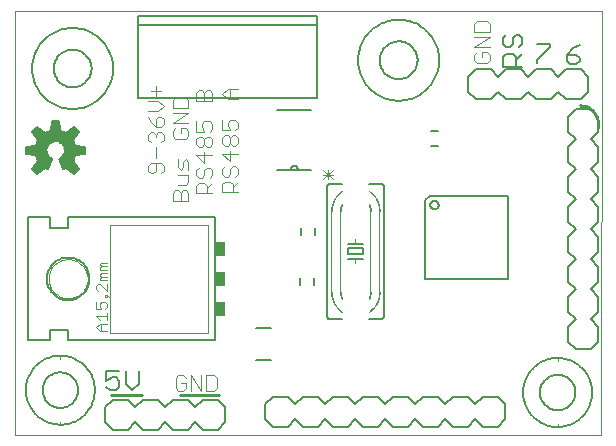
<source format=gto>
G75*
G70*
%OFA0B0*%
%FSLAX24Y24*%
%IPPOS*%
%LPD*%
%AMOC8*
5,1,8,0,0,1.08239X$1,22.5*
%
%ADD10C,0.0000*%
%ADD11C,0.0060*%
%ADD12C,0.0040*%
%ADD13C,0.0100*%
%ADD14C,0.0030*%
%ADD15C,0.0020*%
%ADD16R,0.0350X0.0500*%
%ADD17C,0.0080*%
%ADD18C,0.0001*%
%ADD19C,0.0059*%
D10*
X000210Y000805D02*
X000201Y014960D01*
X019774Y014960D01*
X019754Y000805D01*
X000210Y000805D01*
X001333Y006024D02*
X001335Y006074D01*
X001341Y006124D01*
X001351Y006174D01*
X001364Y006222D01*
X001381Y006270D01*
X001402Y006316D01*
X001426Y006360D01*
X001454Y006402D01*
X001485Y006442D01*
X001519Y006479D01*
X001556Y006514D01*
X001595Y006545D01*
X001636Y006574D01*
X001680Y006599D01*
X001726Y006621D01*
X001773Y006639D01*
X001821Y006653D01*
X001870Y006664D01*
X001920Y006671D01*
X001970Y006674D01*
X002021Y006673D01*
X002071Y006668D01*
X002121Y006659D01*
X002169Y006647D01*
X002217Y006630D01*
X002263Y006610D01*
X002308Y006587D01*
X002351Y006560D01*
X002391Y006530D01*
X002429Y006497D01*
X002464Y006461D01*
X002497Y006422D01*
X002526Y006381D01*
X002552Y006338D01*
X002575Y006293D01*
X002594Y006246D01*
X002609Y006198D01*
X002621Y006149D01*
X002629Y006099D01*
X002633Y006049D01*
X002633Y005999D01*
X002629Y005949D01*
X002621Y005899D01*
X002609Y005850D01*
X002594Y005802D01*
X002575Y005755D01*
X002552Y005710D01*
X002526Y005667D01*
X002497Y005626D01*
X002464Y005587D01*
X002429Y005551D01*
X002391Y005518D01*
X002351Y005488D01*
X002308Y005461D01*
X002263Y005438D01*
X002217Y005418D01*
X002169Y005401D01*
X002121Y005389D01*
X002071Y005380D01*
X002021Y005375D01*
X001970Y005374D01*
X001920Y005377D01*
X001870Y005384D01*
X001821Y005395D01*
X001773Y005409D01*
X001726Y005427D01*
X001680Y005449D01*
X001636Y005474D01*
X001595Y005503D01*
X001556Y005534D01*
X001519Y005569D01*
X001485Y005606D01*
X001454Y005646D01*
X001426Y005688D01*
X001402Y005732D01*
X001381Y005778D01*
X001364Y005826D01*
X001351Y005874D01*
X001341Y005924D01*
X001335Y005974D01*
X001333Y006024D01*
D11*
X001273Y006024D02*
X001275Y006077D01*
X001281Y006130D01*
X001291Y006182D01*
X001305Y006233D01*
X001322Y006283D01*
X001343Y006332D01*
X001368Y006379D01*
X001396Y006424D01*
X001428Y006467D01*
X001463Y006507D01*
X001500Y006544D01*
X001540Y006579D01*
X001583Y006611D01*
X001628Y006639D01*
X001675Y006664D01*
X001724Y006685D01*
X001774Y006702D01*
X001825Y006716D01*
X001877Y006726D01*
X001930Y006732D01*
X001983Y006734D01*
X002036Y006732D01*
X002089Y006726D01*
X002141Y006716D01*
X002192Y006702D01*
X002242Y006685D01*
X002291Y006664D01*
X002338Y006639D01*
X002383Y006611D01*
X002426Y006579D01*
X002466Y006544D01*
X002503Y006507D01*
X002538Y006467D01*
X002570Y006424D01*
X002598Y006379D01*
X002623Y006332D01*
X002644Y006283D01*
X002661Y006233D01*
X002675Y006182D01*
X002685Y006130D01*
X002691Y006077D01*
X002693Y006024D01*
X002691Y005971D01*
X002685Y005918D01*
X002675Y005866D01*
X002661Y005815D01*
X002644Y005765D01*
X002623Y005716D01*
X002598Y005669D01*
X002570Y005624D01*
X002538Y005581D01*
X002503Y005541D01*
X002466Y005504D01*
X002426Y005469D01*
X002383Y005437D01*
X002338Y005409D01*
X002291Y005384D01*
X002242Y005363D01*
X002192Y005346D01*
X002141Y005332D01*
X002089Y005322D01*
X002036Y005316D01*
X001983Y005314D01*
X001930Y005316D01*
X001877Y005322D01*
X001825Y005332D01*
X001774Y005346D01*
X001724Y005363D01*
X001675Y005384D01*
X001628Y005409D01*
X001583Y005437D01*
X001540Y005469D01*
X001500Y005504D01*
X001463Y005541D01*
X001428Y005581D01*
X001396Y005624D01*
X001368Y005669D01*
X001343Y005716D01*
X001322Y005765D01*
X001305Y005815D01*
X001291Y005866D01*
X001281Y005918D01*
X001275Y005971D01*
X001273Y006024D01*
X001383Y004324D02*
X001383Y003974D01*
X000633Y003974D01*
X000633Y008074D01*
X001383Y008074D01*
X001383Y007724D01*
X001983Y007724D01*
X001983Y008074D01*
X006883Y008074D01*
X006883Y003974D01*
X001983Y003974D01*
X001983Y004324D01*
X001383Y004324D01*
X003259Y002953D02*
X003259Y002633D01*
X003473Y002740D01*
X003579Y002740D01*
X003686Y002633D01*
X003686Y002419D01*
X003579Y002313D01*
X003366Y002313D01*
X003259Y002419D01*
X003904Y002526D02*
X004117Y002313D01*
X004331Y002526D01*
X004331Y002953D01*
X003904Y002953D02*
X003904Y002526D01*
X003686Y002953D02*
X003259Y002953D01*
X000573Y002313D02*
X000575Y002380D01*
X000581Y002448D01*
X000591Y002515D01*
X000605Y002581D01*
X000622Y002646D01*
X000644Y002710D01*
X000669Y002773D01*
X000698Y002834D01*
X000730Y002893D01*
X000766Y002950D01*
X000805Y003005D01*
X000847Y003058D01*
X000892Y003108D01*
X000940Y003155D01*
X000991Y003200D01*
X001044Y003241D01*
X001100Y003280D01*
X001158Y003315D01*
X001218Y003346D01*
X001279Y003374D01*
X001342Y003398D01*
X001406Y003419D01*
X001472Y003435D01*
X001538Y003448D01*
X001605Y003457D01*
X001672Y003462D01*
X001740Y003463D01*
X001807Y003460D01*
X001874Y003453D01*
X001941Y003442D01*
X002007Y003427D01*
X002072Y003409D01*
X002136Y003386D01*
X002198Y003360D01*
X002259Y003331D01*
X002317Y003297D01*
X002374Y003261D01*
X002429Y003221D01*
X002481Y003178D01*
X002530Y003132D01*
X002577Y003083D01*
X002621Y003032D01*
X002661Y002978D01*
X002699Y002922D01*
X002733Y002863D01*
X002763Y002803D01*
X002790Y002741D01*
X002814Y002678D01*
X002833Y002613D01*
X002849Y002548D01*
X002861Y002481D01*
X002869Y002414D01*
X002873Y002347D01*
X002873Y002279D01*
X002869Y002212D01*
X002861Y002145D01*
X002849Y002078D01*
X002833Y002013D01*
X002814Y001948D01*
X002790Y001885D01*
X002763Y001823D01*
X002733Y001763D01*
X002699Y001704D01*
X002661Y001648D01*
X002621Y001594D01*
X002577Y001543D01*
X002530Y001494D01*
X002481Y001448D01*
X002429Y001405D01*
X002374Y001365D01*
X002317Y001329D01*
X002259Y001295D01*
X002198Y001266D01*
X002136Y001240D01*
X002072Y001217D01*
X002007Y001199D01*
X001941Y001184D01*
X001874Y001173D01*
X001807Y001166D01*
X001740Y001163D01*
X001672Y001164D01*
X001605Y001169D01*
X001538Y001178D01*
X001472Y001191D01*
X001406Y001207D01*
X001342Y001228D01*
X001279Y001252D01*
X001218Y001280D01*
X001158Y001311D01*
X001100Y001346D01*
X001044Y001385D01*
X000991Y001426D01*
X000940Y001471D01*
X000892Y001518D01*
X000847Y001568D01*
X000805Y001621D01*
X000766Y001676D01*
X000730Y001733D01*
X000698Y001792D01*
X000669Y001853D01*
X000644Y001916D01*
X000622Y001980D01*
X000605Y002045D01*
X000591Y002111D01*
X000581Y002178D01*
X000575Y002246D01*
X000573Y002313D01*
X008255Y003319D02*
X008735Y003319D01*
X008735Y004379D02*
X008255Y004379D01*
X009720Y005809D02*
X009720Y006045D01*
X010193Y006045D02*
X010193Y005809D01*
X011308Y006687D02*
X011558Y006687D01*
X011808Y006687D01*
X011808Y006837D02*
X011808Y007037D01*
X011308Y007037D01*
X011308Y006837D01*
X011808Y006837D01*
X011808Y007187D02*
X011558Y007187D01*
X011308Y007187D01*
X010203Y007469D02*
X010203Y007705D01*
X009730Y007705D02*
X009730Y007469D01*
X010608Y009087D02*
X010608Y004787D01*
X010610Y004770D01*
X010614Y004753D01*
X010621Y004737D01*
X010631Y004723D01*
X010644Y004710D01*
X010658Y004700D01*
X010674Y004693D01*
X010691Y004689D01*
X010708Y004687D01*
X011108Y004687D01*
X012008Y004687D02*
X012408Y004687D01*
X012425Y004689D01*
X012442Y004693D01*
X012458Y004700D01*
X012472Y004710D01*
X012485Y004723D01*
X012495Y004737D01*
X012502Y004753D01*
X012506Y004770D01*
X012508Y004787D01*
X012508Y009087D01*
X012506Y009104D01*
X012502Y009121D01*
X012495Y009137D01*
X012485Y009151D01*
X012472Y009164D01*
X012458Y009174D01*
X012442Y009181D01*
X012425Y009185D01*
X012408Y009187D01*
X012008Y009187D01*
X011108Y009187D02*
X010708Y009187D01*
X010691Y009185D01*
X010674Y009181D01*
X010658Y009174D01*
X010644Y009164D01*
X010631Y009151D01*
X010621Y009137D01*
X010614Y009121D01*
X010610Y009104D01*
X010608Y009087D01*
X010078Y009666D02*
X009638Y009666D01*
X009398Y009666D01*
X008958Y009666D01*
X009398Y009666D02*
X009400Y009687D01*
X009405Y009707D01*
X009414Y009726D01*
X009426Y009743D01*
X009441Y009758D01*
X009458Y009770D01*
X009477Y009779D01*
X009497Y009784D01*
X009518Y009786D01*
X009539Y009784D01*
X009559Y009779D01*
X009578Y009770D01*
X009595Y009758D01*
X009610Y009743D01*
X009622Y009726D01*
X009631Y009707D01*
X009636Y009687D01*
X009638Y009666D01*
X010078Y011646D02*
X008958Y011646D01*
X011649Y013310D02*
X011651Y013383D01*
X011657Y013456D01*
X011667Y013528D01*
X011681Y013600D01*
X011698Y013671D01*
X011720Y013741D01*
X011745Y013810D01*
X011774Y013877D01*
X011806Y013942D01*
X011842Y014006D01*
X011882Y014068D01*
X011924Y014127D01*
X011970Y014184D01*
X012019Y014238D01*
X012071Y014290D01*
X012125Y014339D01*
X012182Y014385D01*
X012241Y014427D01*
X012303Y014467D01*
X012367Y014503D01*
X012432Y014535D01*
X012499Y014564D01*
X012568Y014589D01*
X012638Y014611D01*
X012709Y014628D01*
X012781Y014642D01*
X012853Y014652D01*
X012926Y014658D01*
X012999Y014660D01*
X013072Y014658D01*
X013145Y014652D01*
X013217Y014642D01*
X013289Y014628D01*
X013360Y014611D01*
X013430Y014589D01*
X013499Y014564D01*
X013566Y014535D01*
X013631Y014503D01*
X013695Y014467D01*
X013757Y014427D01*
X013816Y014385D01*
X013873Y014339D01*
X013927Y014290D01*
X013979Y014238D01*
X014028Y014184D01*
X014074Y014127D01*
X014116Y014068D01*
X014156Y014006D01*
X014192Y013942D01*
X014224Y013877D01*
X014253Y013810D01*
X014278Y013741D01*
X014300Y013671D01*
X014317Y013600D01*
X014331Y013528D01*
X014341Y013456D01*
X014347Y013383D01*
X014349Y013310D01*
X014347Y013237D01*
X014341Y013164D01*
X014331Y013092D01*
X014317Y013020D01*
X014300Y012949D01*
X014278Y012879D01*
X014253Y012810D01*
X014224Y012743D01*
X014192Y012678D01*
X014156Y012614D01*
X014116Y012552D01*
X014074Y012493D01*
X014028Y012436D01*
X013979Y012382D01*
X013927Y012330D01*
X013873Y012281D01*
X013816Y012235D01*
X013757Y012193D01*
X013695Y012153D01*
X013631Y012117D01*
X013566Y012085D01*
X013499Y012056D01*
X013430Y012031D01*
X013360Y012009D01*
X013289Y011992D01*
X013217Y011978D01*
X013145Y011968D01*
X013072Y011962D01*
X012999Y011960D01*
X012926Y011962D01*
X012853Y011968D01*
X012781Y011978D01*
X012709Y011992D01*
X012638Y012009D01*
X012568Y012031D01*
X012499Y012056D01*
X012432Y012085D01*
X012367Y012117D01*
X012303Y012153D01*
X012241Y012193D01*
X012182Y012235D01*
X012125Y012281D01*
X012071Y012330D01*
X012019Y012382D01*
X011970Y012436D01*
X011924Y012493D01*
X011882Y012552D01*
X011842Y012614D01*
X011806Y012678D01*
X011774Y012743D01*
X011745Y012810D01*
X011720Y012879D01*
X011698Y012949D01*
X011681Y013020D01*
X011667Y013092D01*
X011657Y013164D01*
X011651Y013237D01*
X011649Y013310D01*
X014085Y010935D02*
X014321Y010935D01*
X014321Y010463D02*
X014085Y010463D01*
X014031Y008787D02*
X013891Y008647D01*
X013891Y006027D01*
X016651Y006027D01*
X016651Y008787D01*
X014031Y008787D01*
X014050Y008487D02*
X014052Y008510D01*
X014058Y008533D01*
X014067Y008554D01*
X014080Y008574D01*
X014096Y008591D01*
X014114Y008605D01*
X014134Y008616D01*
X014156Y008624D01*
X014179Y008628D01*
X014203Y008628D01*
X014226Y008624D01*
X014248Y008616D01*
X014268Y008605D01*
X014286Y008591D01*
X014302Y008574D01*
X014315Y008554D01*
X014324Y008533D01*
X014330Y008510D01*
X014332Y008487D01*
X014330Y008464D01*
X014324Y008441D01*
X014315Y008420D01*
X014302Y008400D01*
X014286Y008383D01*
X014268Y008369D01*
X014248Y008358D01*
X014226Y008350D01*
X014203Y008346D01*
X014179Y008346D01*
X014156Y008350D01*
X014134Y008358D01*
X014114Y008369D01*
X014096Y008383D01*
X014080Y008400D01*
X014067Y008420D01*
X014058Y008441D01*
X014052Y008464D01*
X014050Y008487D01*
X016485Y013091D02*
X016485Y013412D01*
X016592Y013519D01*
X016806Y013519D01*
X016912Y013412D01*
X016912Y013091D01*
X016912Y013305D02*
X017126Y013519D01*
X017019Y013736D02*
X017126Y013843D01*
X017126Y014056D01*
X017019Y014163D01*
X016912Y014163D01*
X016806Y014056D01*
X016806Y013843D01*
X016699Y013736D01*
X016592Y013736D01*
X016485Y013843D01*
X016485Y014056D01*
X016592Y014163D01*
X017619Y013850D02*
X018046Y013850D01*
X018046Y013743D01*
X017619Y013316D01*
X017619Y013210D01*
X017126Y013091D02*
X016485Y013091D01*
X018603Y013277D02*
X018710Y013170D01*
X018924Y013170D01*
X019030Y013277D01*
X019030Y013384D01*
X018924Y013490D01*
X018603Y013490D01*
X018603Y013277D01*
X018603Y013490D02*
X018817Y013704D01*
X019030Y013811D01*
X017148Y002235D02*
X017150Y002302D01*
X017156Y002370D01*
X017166Y002437D01*
X017180Y002503D01*
X017197Y002568D01*
X017219Y002632D01*
X017244Y002695D01*
X017273Y002756D01*
X017305Y002815D01*
X017341Y002872D01*
X017380Y002927D01*
X017422Y002980D01*
X017467Y003030D01*
X017515Y003077D01*
X017566Y003122D01*
X017619Y003163D01*
X017675Y003202D01*
X017733Y003237D01*
X017793Y003268D01*
X017854Y003296D01*
X017917Y003320D01*
X017981Y003341D01*
X018047Y003357D01*
X018113Y003370D01*
X018180Y003379D01*
X018247Y003384D01*
X018315Y003385D01*
X018382Y003382D01*
X018449Y003375D01*
X018516Y003364D01*
X018582Y003349D01*
X018647Y003331D01*
X018711Y003308D01*
X018773Y003282D01*
X018834Y003253D01*
X018892Y003219D01*
X018949Y003183D01*
X019004Y003143D01*
X019056Y003100D01*
X019105Y003054D01*
X019152Y003005D01*
X019196Y002954D01*
X019236Y002900D01*
X019274Y002844D01*
X019308Y002785D01*
X019338Y002725D01*
X019365Y002663D01*
X019389Y002600D01*
X019408Y002535D01*
X019424Y002470D01*
X019436Y002403D01*
X019444Y002336D01*
X019448Y002269D01*
X019448Y002201D01*
X019444Y002134D01*
X019436Y002067D01*
X019424Y002000D01*
X019408Y001935D01*
X019389Y001870D01*
X019365Y001807D01*
X019338Y001745D01*
X019308Y001685D01*
X019274Y001626D01*
X019236Y001570D01*
X019196Y001516D01*
X019152Y001465D01*
X019105Y001416D01*
X019056Y001370D01*
X019004Y001327D01*
X018949Y001287D01*
X018892Y001251D01*
X018834Y001217D01*
X018773Y001188D01*
X018711Y001162D01*
X018647Y001139D01*
X018582Y001121D01*
X018516Y001106D01*
X018449Y001095D01*
X018382Y001088D01*
X018315Y001085D01*
X018247Y001086D01*
X018180Y001091D01*
X018113Y001100D01*
X018047Y001113D01*
X017981Y001129D01*
X017917Y001150D01*
X017854Y001174D01*
X017793Y001202D01*
X017733Y001233D01*
X017675Y001268D01*
X017619Y001307D01*
X017566Y001348D01*
X017515Y001393D01*
X017467Y001440D01*
X017422Y001490D01*
X017380Y001543D01*
X017341Y001598D01*
X017305Y001655D01*
X017273Y001714D01*
X017244Y001775D01*
X017219Y001838D01*
X017197Y001902D01*
X017180Y001967D01*
X017166Y002033D01*
X017156Y002100D01*
X017150Y002168D01*
X017148Y002235D01*
X000782Y013034D02*
X000784Y013107D01*
X000790Y013180D01*
X000800Y013252D01*
X000814Y013324D01*
X000831Y013395D01*
X000853Y013465D01*
X000878Y013534D01*
X000907Y013601D01*
X000939Y013666D01*
X000975Y013730D01*
X001015Y013792D01*
X001057Y013851D01*
X001103Y013908D01*
X001152Y013962D01*
X001204Y014014D01*
X001258Y014063D01*
X001315Y014109D01*
X001374Y014151D01*
X001436Y014191D01*
X001500Y014227D01*
X001565Y014259D01*
X001632Y014288D01*
X001701Y014313D01*
X001771Y014335D01*
X001842Y014352D01*
X001914Y014366D01*
X001986Y014376D01*
X002059Y014382D01*
X002132Y014384D01*
X002205Y014382D01*
X002278Y014376D01*
X002350Y014366D01*
X002422Y014352D01*
X002493Y014335D01*
X002563Y014313D01*
X002632Y014288D01*
X002699Y014259D01*
X002764Y014227D01*
X002828Y014191D01*
X002890Y014151D01*
X002949Y014109D01*
X003006Y014063D01*
X003060Y014014D01*
X003112Y013962D01*
X003161Y013908D01*
X003207Y013851D01*
X003249Y013792D01*
X003289Y013730D01*
X003325Y013666D01*
X003357Y013601D01*
X003386Y013534D01*
X003411Y013465D01*
X003433Y013395D01*
X003450Y013324D01*
X003464Y013252D01*
X003474Y013180D01*
X003480Y013107D01*
X003482Y013034D01*
X003480Y012961D01*
X003474Y012888D01*
X003464Y012816D01*
X003450Y012744D01*
X003433Y012673D01*
X003411Y012603D01*
X003386Y012534D01*
X003357Y012467D01*
X003325Y012402D01*
X003289Y012338D01*
X003249Y012276D01*
X003207Y012217D01*
X003161Y012160D01*
X003112Y012106D01*
X003060Y012054D01*
X003006Y012005D01*
X002949Y011959D01*
X002890Y011917D01*
X002828Y011877D01*
X002764Y011841D01*
X002699Y011809D01*
X002632Y011780D01*
X002563Y011755D01*
X002493Y011733D01*
X002422Y011716D01*
X002350Y011702D01*
X002278Y011692D01*
X002205Y011686D01*
X002132Y011684D01*
X002059Y011686D01*
X001986Y011692D01*
X001914Y011702D01*
X001842Y011716D01*
X001771Y011733D01*
X001701Y011755D01*
X001632Y011780D01*
X001565Y011809D01*
X001500Y011841D01*
X001436Y011877D01*
X001374Y011917D01*
X001315Y011959D01*
X001258Y012005D01*
X001204Y012054D01*
X001152Y012106D01*
X001103Y012160D01*
X001057Y012217D01*
X001015Y012276D01*
X000975Y012338D01*
X000939Y012402D01*
X000907Y012467D01*
X000878Y012534D01*
X000853Y012603D01*
X000831Y012673D01*
X000814Y012744D01*
X000800Y012816D01*
X000790Y012888D01*
X000784Y012961D01*
X000782Y013034D01*
D12*
X004647Y011948D02*
X004994Y011948D01*
X005167Y011774D01*
X004994Y011601D01*
X004647Y011601D01*
X004647Y011432D02*
X004734Y011259D01*
X004907Y011085D01*
X004907Y011345D01*
X004994Y011432D01*
X005081Y011432D01*
X005167Y011345D01*
X005167Y011172D01*
X005081Y011085D01*
X004907Y011085D01*
X004821Y010916D02*
X004734Y010916D01*
X004647Y010830D01*
X004647Y010656D01*
X004734Y010569D01*
X004907Y010401D02*
X004907Y010054D01*
X004907Y009885D02*
X004907Y009625D01*
X004821Y009538D01*
X004734Y009538D01*
X004647Y009625D01*
X004647Y009798D01*
X004734Y009885D01*
X005081Y009885D01*
X005167Y009798D01*
X005167Y009625D01*
X005081Y009538D01*
X005647Y009495D02*
X005994Y009495D01*
X005994Y009235D01*
X005908Y009148D01*
X005647Y009148D01*
X005647Y008980D02*
X005561Y008980D01*
X005474Y008893D01*
X005474Y008633D01*
X005994Y008633D01*
X005994Y008893D01*
X005908Y008980D01*
X005821Y008980D01*
X005734Y008893D01*
X005734Y008633D01*
X005734Y008893D02*
X005647Y008980D01*
X006261Y008869D02*
X006261Y009129D01*
X006348Y009216D01*
X006521Y009216D01*
X006608Y009129D01*
X006608Y008869D01*
X006608Y009042D02*
X006782Y009216D01*
X006695Y009385D02*
X006782Y009471D01*
X006782Y009645D01*
X006695Y009731D01*
X006608Y009731D01*
X006521Y009645D01*
X006521Y009471D01*
X006435Y009385D01*
X006348Y009385D01*
X006261Y009471D01*
X006261Y009645D01*
X006348Y009731D01*
X006521Y009900D02*
X006521Y010247D01*
X006435Y010416D02*
X006348Y010416D01*
X006261Y010503D01*
X006261Y010676D01*
X006348Y010763D01*
X006435Y010763D01*
X006521Y010676D01*
X006521Y010503D01*
X006435Y010416D01*
X006521Y010503D02*
X006608Y010416D01*
X006695Y010416D01*
X006782Y010503D01*
X006782Y010676D01*
X006695Y010763D01*
X006608Y010763D01*
X006521Y010676D01*
X006521Y010931D02*
X006261Y010931D01*
X006261Y011278D01*
X006435Y011192D02*
X006521Y011278D01*
X006695Y011278D01*
X006782Y011192D01*
X006782Y011018D01*
X006695Y010931D01*
X006521Y010931D02*
X006435Y011105D01*
X006435Y011192D01*
X005994Y011211D02*
X005474Y011211D01*
X005994Y011558D01*
X005474Y011558D01*
X005474Y011726D02*
X005474Y011987D01*
X005561Y012073D01*
X005908Y012073D01*
X005994Y011987D01*
X005994Y011726D01*
X005474Y011726D01*
X004907Y012116D02*
X004907Y012463D01*
X004734Y012290D02*
X005081Y012290D01*
X006261Y012223D02*
X006261Y011963D01*
X006782Y011963D01*
X006782Y012223D01*
X006695Y012310D01*
X006608Y012310D01*
X006521Y012223D01*
X006521Y011963D01*
X006521Y012223D02*
X006435Y012310D01*
X006348Y012310D01*
X006261Y012223D01*
X007127Y012176D02*
X007301Y012349D01*
X007648Y012349D01*
X007388Y012349D02*
X007388Y012002D01*
X007301Y012002D02*
X007127Y012176D01*
X007301Y012002D02*
X007648Y012002D01*
X007561Y011318D02*
X007648Y011231D01*
X007648Y011058D01*
X007561Y010971D01*
X007561Y010802D02*
X007648Y010715D01*
X007648Y010542D01*
X007561Y010455D01*
X007474Y010455D01*
X007388Y010542D01*
X007388Y010715D01*
X007474Y010802D01*
X007561Y010802D01*
X007388Y010715D02*
X007301Y010802D01*
X007214Y010802D01*
X007127Y010715D01*
X007127Y010542D01*
X007214Y010455D01*
X007301Y010455D01*
X007388Y010542D01*
X007388Y010286D02*
X007388Y009940D01*
X007127Y010200D01*
X007648Y010200D01*
X007561Y009771D02*
X007648Y009684D01*
X007648Y009511D01*
X007561Y009424D01*
X007648Y009255D02*
X007474Y009082D01*
X007474Y009168D02*
X007474Y008908D01*
X007648Y008908D02*
X007127Y008908D01*
X007127Y009168D01*
X007214Y009255D01*
X007388Y009255D01*
X007474Y009168D01*
X007301Y009424D02*
X007388Y009511D01*
X007388Y009684D01*
X007474Y009771D01*
X007561Y009771D01*
X007214Y009771D02*
X007127Y009684D01*
X007127Y009511D01*
X007214Y009424D01*
X007301Y009424D01*
X006782Y008869D02*
X006261Y008869D01*
X005994Y009664D02*
X005994Y009924D01*
X005908Y010011D01*
X005821Y009924D01*
X005821Y009751D01*
X005734Y009664D01*
X005647Y009751D01*
X005647Y010011D01*
X006261Y010160D02*
X006521Y009900D01*
X006261Y010160D02*
X006782Y010160D01*
X005994Y010782D02*
X005994Y010955D01*
X005908Y011042D01*
X005734Y011042D01*
X005734Y010869D01*
X005561Y011042D02*
X005474Y010955D01*
X005474Y010782D01*
X005561Y010695D01*
X005908Y010695D01*
X005994Y010782D01*
X005167Y010830D02*
X005167Y010656D01*
X005081Y010569D01*
X004907Y010743D02*
X004907Y010830D01*
X004994Y010916D01*
X005081Y010916D01*
X005167Y010830D01*
X004907Y010830D02*
X004821Y010916D01*
X007127Y010971D02*
X007388Y010971D01*
X007301Y011144D01*
X007301Y011231D01*
X007388Y011318D01*
X007561Y011318D01*
X007127Y011318D02*
X007127Y010971D01*
X003263Y006563D02*
X003087Y006563D01*
X003029Y006505D01*
X003087Y006446D01*
X003263Y006446D01*
X003263Y006329D02*
X003029Y006329D01*
X003029Y006388D01*
X003087Y006446D01*
X003087Y006204D02*
X003263Y006204D01*
X003263Y006087D02*
X003087Y006087D01*
X003029Y006145D01*
X003087Y006204D01*
X003087Y006087D02*
X003029Y006029D01*
X003029Y005970D01*
X003263Y005970D01*
X003263Y005845D02*
X003263Y005611D01*
X003029Y005845D01*
X002971Y005845D01*
X002912Y005786D01*
X002912Y005670D01*
X002971Y005611D01*
X003204Y005489D02*
X003204Y005430D01*
X003263Y005430D01*
X003263Y005489D01*
X003204Y005489D01*
X003263Y005489D02*
X003379Y005372D01*
X003204Y005246D02*
X003087Y005246D01*
X003029Y005188D01*
X003029Y005129D01*
X003087Y005013D01*
X002912Y005013D01*
X002912Y005246D01*
X003204Y005246D02*
X003263Y005188D01*
X003263Y005071D01*
X003204Y005013D01*
X003263Y004887D02*
X003263Y004654D01*
X003263Y004770D02*
X002912Y004770D01*
X003029Y004654D01*
X003029Y004528D02*
X002912Y004411D01*
X003029Y004294D01*
X003263Y004294D01*
X003087Y004294D02*
X003087Y004528D01*
X003029Y004528D02*
X003263Y004528D01*
X005562Y002728D02*
X005562Y002381D01*
X005649Y002294D01*
X005822Y002294D01*
X005909Y002381D01*
X005909Y002554D01*
X005735Y002554D01*
X005562Y002728D02*
X005649Y002815D01*
X005822Y002815D01*
X005909Y002728D01*
X006077Y002815D02*
X006424Y002294D01*
X006424Y002815D01*
X006593Y002815D02*
X006853Y002815D01*
X006940Y002728D01*
X006940Y002381D01*
X006853Y002294D01*
X006593Y002294D01*
X006593Y002815D01*
X006077Y002815D02*
X006077Y002294D01*
X015609Y013227D02*
X015522Y013314D01*
X015522Y013488D01*
X015609Y013574D01*
X015782Y013574D02*
X015782Y013401D01*
X015782Y013574D02*
X015956Y013574D01*
X016042Y013488D01*
X016042Y013314D01*
X015956Y013227D01*
X015609Y013227D01*
X015522Y013743D02*
X016042Y014090D01*
X015522Y014090D01*
X015522Y014259D02*
X015522Y014519D01*
X015609Y014606D01*
X015956Y014606D01*
X016042Y014519D01*
X016042Y014259D01*
X015522Y014259D01*
X015522Y013743D02*
X016042Y013743D01*
D13*
X019046Y011802D02*
X019092Y011800D01*
X019138Y011795D01*
X019184Y011786D01*
X019229Y011773D01*
X019272Y011757D01*
X019314Y011738D01*
X019355Y011715D01*
X019393Y011689D01*
X019430Y011660D01*
X019464Y011629D01*
X019495Y011595D01*
X019524Y011558D01*
X019550Y011520D01*
X019573Y011479D01*
X019592Y011437D01*
X019608Y011394D01*
X019621Y011349D01*
X019630Y011303D01*
X019635Y011257D01*
X019637Y011211D01*
X019636Y011211D02*
X019636Y011054D01*
X006999Y002156D02*
X005699Y002156D01*
X004439Y002156D02*
X003416Y002156D01*
D14*
X010490Y009339D02*
X010803Y009653D01*
X010646Y009653D02*
X010646Y009339D01*
X010803Y009339D02*
X010490Y009653D01*
X010490Y009496D02*
X010803Y009496D01*
D15*
X010758Y008287D02*
X010758Y005587D01*
X011058Y005587D02*
X011058Y008287D01*
X012058Y008287D02*
X012058Y005587D01*
X012358Y005587D02*
X012358Y008287D01*
X011558Y007337D02*
X011558Y007187D01*
X011558Y006687D02*
X011558Y006537D01*
X006633Y007824D02*
X006633Y004224D01*
X003383Y004224D01*
X003383Y007824D01*
X006633Y007824D01*
X001723Y003463D02*
X001723Y003363D01*
X001723Y001263D02*
X001723Y001163D01*
X018298Y001185D02*
X018298Y001085D01*
X018298Y003285D02*
X018298Y003385D01*
D16*
X007058Y005024D03*
X007058Y006024D03*
X007058Y007024D03*
D17*
X001132Y002313D02*
X001134Y002361D01*
X001140Y002409D01*
X001150Y002456D01*
X001163Y002502D01*
X001181Y002547D01*
X001201Y002591D01*
X001226Y002633D01*
X001254Y002672D01*
X001284Y002709D01*
X001318Y002743D01*
X001355Y002775D01*
X001393Y002804D01*
X001434Y002829D01*
X001477Y002851D01*
X001522Y002869D01*
X001568Y002883D01*
X001615Y002894D01*
X001663Y002901D01*
X001711Y002904D01*
X001759Y002903D01*
X001807Y002898D01*
X001855Y002889D01*
X001901Y002877D01*
X001946Y002860D01*
X001990Y002840D01*
X002032Y002817D01*
X002072Y002790D01*
X002110Y002760D01*
X002145Y002727D01*
X002177Y002691D01*
X002207Y002653D01*
X002233Y002612D01*
X002255Y002569D01*
X002275Y002525D01*
X002290Y002480D01*
X002302Y002433D01*
X002310Y002385D01*
X002314Y002337D01*
X002314Y002289D01*
X002310Y002241D01*
X002302Y002193D01*
X002290Y002146D01*
X002275Y002101D01*
X002255Y002057D01*
X002233Y002014D01*
X002207Y001973D01*
X002177Y001935D01*
X002145Y001899D01*
X002110Y001866D01*
X002072Y001836D01*
X002032Y001809D01*
X001990Y001786D01*
X001946Y001766D01*
X001901Y001749D01*
X001855Y001737D01*
X001807Y001728D01*
X001759Y001723D01*
X001711Y001722D01*
X001663Y001725D01*
X001615Y001732D01*
X001568Y001743D01*
X001522Y001757D01*
X001477Y001775D01*
X001434Y001797D01*
X001393Y001822D01*
X001355Y001851D01*
X001318Y001883D01*
X001284Y001917D01*
X001254Y001954D01*
X001226Y001993D01*
X001201Y002035D01*
X001181Y002079D01*
X001163Y002124D01*
X001150Y002170D01*
X001140Y002217D01*
X001134Y002265D01*
X001132Y002313D01*
X003223Y001737D02*
X003223Y001237D01*
X003473Y000987D01*
X003973Y000987D01*
X004223Y001237D01*
X004473Y000987D01*
X004973Y000987D01*
X005223Y001237D01*
X005473Y000987D01*
X005973Y000987D01*
X006223Y001237D01*
X006473Y000987D01*
X006973Y000987D01*
X007223Y001237D01*
X007223Y001737D01*
X006973Y001987D01*
X006473Y001987D01*
X006223Y001737D01*
X005973Y001987D01*
X005473Y001987D01*
X005223Y001737D01*
X004973Y001987D01*
X004473Y001987D01*
X004223Y001737D01*
X003973Y001987D01*
X003473Y001987D01*
X003223Y001737D01*
X008561Y001850D02*
X008561Y001350D01*
X008811Y001100D01*
X009311Y001100D01*
X009561Y001350D01*
X009811Y001100D01*
X010311Y001100D01*
X010561Y001350D01*
X010811Y001100D01*
X011311Y001100D01*
X011561Y001350D01*
X011811Y001100D01*
X012311Y001100D01*
X012561Y001350D01*
X012811Y001100D01*
X013311Y001100D01*
X013561Y001350D01*
X013811Y001100D01*
X014311Y001100D01*
X014561Y001350D01*
X014811Y001100D01*
X015311Y001100D01*
X015561Y001350D01*
X015811Y001100D01*
X016311Y001100D01*
X016561Y001350D01*
X016561Y001850D01*
X016311Y002100D01*
X015811Y002100D01*
X015561Y001850D01*
X015311Y002100D01*
X014811Y002100D01*
X014561Y001850D01*
X014311Y002100D01*
X013811Y002100D01*
X013561Y001850D01*
X013311Y002100D01*
X012811Y002100D01*
X012561Y001850D01*
X012311Y002100D01*
X011811Y002100D01*
X011561Y001850D01*
X011311Y002100D01*
X010811Y002100D01*
X010561Y001850D01*
X010311Y002100D01*
X009811Y002100D01*
X009561Y001850D01*
X009311Y002100D01*
X008811Y002100D01*
X008561Y001850D01*
X017707Y002235D02*
X017709Y002283D01*
X017715Y002331D01*
X017725Y002378D01*
X017738Y002424D01*
X017756Y002469D01*
X017776Y002513D01*
X017801Y002555D01*
X017829Y002594D01*
X017859Y002631D01*
X017893Y002665D01*
X017930Y002697D01*
X017968Y002726D01*
X018009Y002751D01*
X018052Y002773D01*
X018097Y002791D01*
X018143Y002805D01*
X018190Y002816D01*
X018238Y002823D01*
X018286Y002826D01*
X018334Y002825D01*
X018382Y002820D01*
X018430Y002811D01*
X018476Y002799D01*
X018521Y002782D01*
X018565Y002762D01*
X018607Y002739D01*
X018647Y002712D01*
X018685Y002682D01*
X018720Y002649D01*
X018752Y002613D01*
X018782Y002575D01*
X018808Y002534D01*
X018830Y002491D01*
X018850Y002447D01*
X018865Y002402D01*
X018877Y002355D01*
X018885Y002307D01*
X018889Y002259D01*
X018889Y002211D01*
X018885Y002163D01*
X018877Y002115D01*
X018865Y002068D01*
X018850Y002023D01*
X018830Y001979D01*
X018808Y001936D01*
X018782Y001895D01*
X018752Y001857D01*
X018720Y001821D01*
X018685Y001788D01*
X018647Y001758D01*
X018607Y001731D01*
X018565Y001708D01*
X018521Y001688D01*
X018476Y001671D01*
X018430Y001659D01*
X018382Y001650D01*
X018334Y001645D01*
X018286Y001644D01*
X018238Y001647D01*
X018190Y001654D01*
X018143Y001665D01*
X018097Y001679D01*
X018052Y001697D01*
X018009Y001719D01*
X017968Y001744D01*
X017930Y001773D01*
X017893Y001805D01*
X017859Y001839D01*
X017829Y001876D01*
X017801Y001915D01*
X017776Y001957D01*
X017756Y002001D01*
X017738Y002046D01*
X017725Y002092D01*
X017715Y002139D01*
X017709Y002187D01*
X017707Y002235D01*
X018911Y003683D02*
X018661Y003933D01*
X018661Y004433D01*
X018911Y004683D01*
X018661Y004933D01*
X018661Y005433D01*
X018911Y005683D01*
X018661Y005933D01*
X018661Y006433D01*
X018911Y006683D01*
X018661Y006933D01*
X018661Y007433D01*
X018911Y007683D01*
X018661Y007933D01*
X018661Y008433D01*
X018911Y008683D01*
X018661Y008933D01*
X018661Y009433D01*
X018911Y009683D01*
X018661Y009933D01*
X018661Y010433D01*
X018911Y010683D01*
X018661Y010933D01*
X018661Y011433D01*
X018911Y011683D01*
X019411Y011683D01*
X019661Y011433D01*
X019661Y010933D01*
X019411Y010683D01*
X019661Y010433D01*
X019661Y009933D01*
X019411Y009683D01*
X019661Y009433D01*
X019661Y008933D01*
X019411Y008683D01*
X019661Y008433D01*
X019661Y007933D01*
X019411Y007683D01*
X019661Y007433D01*
X019661Y006933D01*
X019411Y006683D01*
X019661Y006433D01*
X019661Y005933D01*
X019411Y005683D01*
X019661Y005433D01*
X019661Y004933D01*
X019411Y004683D01*
X019661Y004433D01*
X019661Y003933D01*
X019411Y003683D01*
X018911Y003683D01*
X019067Y012010D02*
X018567Y012010D01*
X018317Y012260D01*
X018067Y012010D01*
X017567Y012010D01*
X017317Y012260D01*
X017067Y012010D01*
X016567Y012010D01*
X016317Y012260D01*
X016067Y012010D01*
X015567Y012010D01*
X015317Y012260D01*
X015317Y012760D01*
X015567Y013010D01*
X016067Y013010D01*
X016317Y012760D01*
X016567Y013010D01*
X017067Y013010D01*
X017317Y012760D01*
X017567Y013010D01*
X018067Y013010D01*
X018317Y012760D01*
X018567Y013010D01*
X019067Y013010D01*
X019317Y012760D01*
X019317Y012260D01*
X019067Y012010D01*
X012369Y013310D02*
X012371Y013360D01*
X012377Y013410D01*
X012387Y013459D01*
X012401Y013507D01*
X012418Y013554D01*
X012439Y013599D01*
X012464Y013643D01*
X012492Y013684D01*
X012524Y013723D01*
X012558Y013760D01*
X012595Y013794D01*
X012635Y013824D01*
X012677Y013851D01*
X012721Y013875D01*
X012767Y013896D01*
X012814Y013912D01*
X012862Y013925D01*
X012912Y013934D01*
X012961Y013939D01*
X013012Y013940D01*
X013062Y013937D01*
X013111Y013930D01*
X013160Y013919D01*
X013208Y013904D01*
X013254Y013886D01*
X013299Y013864D01*
X013342Y013838D01*
X013383Y013809D01*
X013422Y013777D01*
X013458Y013742D01*
X013490Y013704D01*
X013520Y013664D01*
X013547Y013621D01*
X013570Y013577D01*
X013589Y013531D01*
X013605Y013483D01*
X013617Y013434D01*
X013625Y013385D01*
X013629Y013335D01*
X013629Y013285D01*
X013625Y013235D01*
X013617Y013186D01*
X013605Y013137D01*
X013589Y013089D01*
X013570Y013043D01*
X013547Y012999D01*
X013520Y012956D01*
X013490Y012916D01*
X013458Y012878D01*
X013422Y012843D01*
X013383Y012811D01*
X013342Y012782D01*
X013299Y012756D01*
X013254Y012734D01*
X013208Y012716D01*
X013160Y012701D01*
X013111Y012690D01*
X013062Y012683D01*
X013012Y012680D01*
X012961Y012681D01*
X012912Y012686D01*
X012862Y012695D01*
X012814Y012708D01*
X012767Y012724D01*
X012721Y012745D01*
X012677Y012769D01*
X012635Y012796D01*
X012595Y012826D01*
X012558Y012860D01*
X012524Y012897D01*
X012492Y012936D01*
X012464Y012977D01*
X012439Y013021D01*
X012418Y013066D01*
X012401Y013113D01*
X012387Y013161D01*
X012377Y013210D01*
X012371Y013260D01*
X012369Y013310D01*
X010266Y014479D02*
X010266Y012038D01*
X004321Y012038D01*
X004321Y014479D01*
X010266Y014479D01*
X010266Y014794D01*
X004321Y014794D01*
X004321Y014479D01*
X001502Y013034D02*
X001504Y013084D01*
X001510Y013134D01*
X001520Y013183D01*
X001534Y013231D01*
X001551Y013278D01*
X001572Y013323D01*
X001597Y013367D01*
X001625Y013408D01*
X001657Y013447D01*
X001691Y013484D01*
X001728Y013518D01*
X001768Y013548D01*
X001810Y013575D01*
X001854Y013599D01*
X001900Y013620D01*
X001947Y013636D01*
X001995Y013649D01*
X002045Y013658D01*
X002094Y013663D01*
X002145Y013664D01*
X002195Y013661D01*
X002244Y013654D01*
X002293Y013643D01*
X002341Y013628D01*
X002387Y013610D01*
X002432Y013588D01*
X002475Y013562D01*
X002516Y013533D01*
X002555Y013501D01*
X002591Y013466D01*
X002623Y013428D01*
X002653Y013388D01*
X002680Y013345D01*
X002703Y013301D01*
X002722Y013255D01*
X002738Y013207D01*
X002750Y013158D01*
X002758Y013109D01*
X002762Y013059D01*
X002762Y013009D01*
X002758Y012959D01*
X002750Y012910D01*
X002738Y012861D01*
X002722Y012813D01*
X002703Y012767D01*
X002680Y012723D01*
X002653Y012680D01*
X002623Y012640D01*
X002591Y012602D01*
X002555Y012567D01*
X002516Y012535D01*
X002475Y012506D01*
X002432Y012480D01*
X002387Y012458D01*
X002341Y012440D01*
X002293Y012425D01*
X002244Y012414D01*
X002195Y012407D01*
X002145Y012404D01*
X002094Y012405D01*
X002045Y012410D01*
X001995Y012419D01*
X001947Y012432D01*
X001900Y012448D01*
X001854Y012469D01*
X001810Y012493D01*
X001768Y012520D01*
X001728Y012550D01*
X001691Y012584D01*
X001657Y012621D01*
X001625Y012660D01*
X001597Y012701D01*
X001572Y012745D01*
X001551Y012790D01*
X001534Y012837D01*
X001520Y012885D01*
X001510Y012934D01*
X001504Y012984D01*
X001502Y013034D01*
D18*
X011102Y008956D02*
X011113Y008940D01*
X011113Y008941D02*
X011068Y008908D01*
X011026Y008873D01*
X010987Y008834D01*
X010950Y008794D01*
X010917Y008750D01*
X010886Y008705D01*
X010859Y008657D01*
X010835Y008608D01*
X010814Y008557D01*
X010797Y008504D01*
X010784Y008451D01*
X010775Y008397D01*
X010769Y008342D01*
X010767Y008287D01*
X010749Y008287D01*
X010748Y008287D01*
X010750Y008344D01*
X010756Y008400D01*
X010766Y008455D01*
X010779Y008510D01*
X010796Y008563D01*
X010817Y008615D01*
X010842Y008666D01*
X010870Y008715D01*
X010901Y008761D01*
X010936Y008806D01*
X010973Y008848D01*
X011014Y008887D01*
X011057Y008923D01*
X011102Y008956D01*
X011103Y008956D01*
X011057Y008922D01*
X011014Y008886D01*
X010974Y008847D01*
X010937Y008805D01*
X010902Y008761D01*
X010871Y008714D01*
X010843Y008665D01*
X010818Y008615D01*
X010797Y008563D01*
X010780Y008509D01*
X010767Y008455D01*
X010757Y008399D01*
X010751Y008344D01*
X010749Y008287D01*
X010750Y008287D01*
X010752Y008344D01*
X010758Y008399D01*
X010768Y008455D01*
X010781Y008509D01*
X010798Y008562D01*
X010819Y008614D01*
X010844Y008665D01*
X010872Y008714D01*
X010903Y008760D01*
X010937Y008804D01*
X010975Y008846D01*
X011015Y008885D01*
X011058Y008922D01*
X011103Y008955D01*
X011104Y008954D01*
X011058Y008921D01*
X011016Y008885D01*
X010976Y008846D01*
X010938Y008804D01*
X010904Y008760D01*
X010873Y008713D01*
X010845Y008664D01*
X010820Y008614D01*
X010799Y008562D01*
X010782Y008509D01*
X010769Y008454D01*
X010759Y008399D01*
X010753Y008343D01*
X010751Y008287D01*
X010752Y008287D01*
X010754Y008343D01*
X010760Y008399D01*
X010770Y008454D01*
X010783Y008508D01*
X010800Y008562D01*
X010821Y008614D01*
X010846Y008664D01*
X010873Y008712D01*
X010905Y008759D01*
X010939Y008803D01*
X010976Y008845D01*
X011016Y008884D01*
X011059Y008920D01*
X011104Y008953D01*
X011105Y008952D01*
X011060Y008919D01*
X011017Y008883D01*
X010977Y008844D01*
X010940Y008803D01*
X010905Y008758D01*
X010874Y008712D01*
X010846Y008663D01*
X010822Y008613D01*
X010801Y008561D01*
X010784Y008508D01*
X010771Y008454D01*
X010761Y008399D01*
X010755Y008343D01*
X010753Y008287D01*
X010754Y008287D01*
X010756Y008343D01*
X010762Y008399D01*
X010771Y008454D01*
X010785Y008508D01*
X010802Y008561D01*
X010823Y008613D01*
X010847Y008663D01*
X010875Y008711D01*
X010906Y008758D01*
X010940Y008802D01*
X010978Y008843D01*
X011018Y008882D01*
X011060Y008918D01*
X011105Y008951D01*
X011106Y008951D01*
X011061Y008918D01*
X011018Y008882D01*
X010978Y008843D01*
X010941Y008801D01*
X010907Y008757D01*
X010876Y008711D01*
X010848Y008663D01*
X010824Y008612D01*
X010803Y008561D01*
X010786Y008508D01*
X010772Y008454D01*
X010763Y008399D01*
X010757Y008343D01*
X010755Y008287D01*
X010756Y008287D01*
X010758Y008343D01*
X010764Y008399D01*
X010773Y008453D01*
X010787Y008507D01*
X010804Y008560D01*
X010825Y008612D01*
X010849Y008662D01*
X010877Y008710D01*
X010908Y008757D01*
X010942Y008801D01*
X010979Y008842D01*
X011019Y008881D01*
X011062Y008917D01*
X011106Y008950D01*
X011107Y008949D01*
X011062Y008916D01*
X011020Y008880D01*
X010980Y008841D01*
X010943Y008800D01*
X010909Y008756D01*
X010878Y008710D01*
X010850Y008662D01*
X010826Y008612D01*
X010805Y008560D01*
X010788Y008507D01*
X010774Y008453D01*
X010765Y008398D01*
X010759Y008343D01*
X010757Y008287D01*
X010758Y008287D01*
X010760Y008343D01*
X010766Y008398D01*
X010775Y008453D01*
X010789Y008507D01*
X010806Y008560D01*
X010827Y008611D01*
X010851Y008661D01*
X010879Y008709D01*
X010909Y008755D01*
X010944Y008799D01*
X010981Y008841D01*
X011020Y008879D01*
X011063Y008915D01*
X011108Y008948D01*
X011108Y008947D01*
X011063Y008915D01*
X011021Y008879D01*
X010981Y008840D01*
X010944Y008799D01*
X010910Y008755D01*
X010879Y008709D01*
X010852Y008661D01*
X010828Y008611D01*
X010807Y008559D01*
X010790Y008507D01*
X010776Y008453D01*
X010767Y008398D01*
X010761Y008343D01*
X010759Y008287D01*
X010760Y008287D01*
X010762Y008343D01*
X010768Y008398D01*
X010777Y008453D01*
X010791Y008506D01*
X010808Y008559D01*
X010828Y008610D01*
X010853Y008660D01*
X010880Y008708D01*
X010911Y008754D01*
X010945Y008798D01*
X010982Y008839D01*
X011022Y008878D01*
X011064Y008914D01*
X011109Y008947D01*
X011109Y008946D01*
X011065Y008913D01*
X011022Y008877D01*
X010983Y008839D01*
X010946Y008797D01*
X010912Y008754D01*
X010881Y008708D01*
X010854Y008660D01*
X010829Y008610D01*
X010809Y008559D01*
X010792Y008506D01*
X010778Y008452D01*
X010769Y008398D01*
X010763Y008343D01*
X010761Y008287D01*
X010762Y008287D01*
X010764Y008343D01*
X010770Y008398D01*
X010779Y008452D01*
X010793Y008506D01*
X010810Y008558D01*
X010830Y008610D01*
X010854Y008659D01*
X010882Y008707D01*
X010913Y008753D01*
X010947Y008797D01*
X010983Y008838D01*
X011023Y008876D01*
X011065Y008912D01*
X011110Y008945D01*
X011110Y008944D01*
X011066Y008911D01*
X011024Y008876D01*
X010984Y008837D01*
X010947Y008796D01*
X010914Y008753D01*
X010883Y008707D01*
X010855Y008659D01*
X010831Y008609D01*
X010811Y008558D01*
X010794Y008505D01*
X010780Y008452D01*
X010771Y008398D01*
X010765Y008343D01*
X010763Y008287D01*
X010764Y008287D01*
X010766Y008343D01*
X010772Y008397D01*
X010781Y008452D01*
X010795Y008505D01*
X010812Y008558D01*
X010832Y008609D01*
X010856Y008658D01*
X010884Y008706D01*
X010914Y008752D01*
X010948Y008795D01*
X010985Y008837D01*
X011024Y008875D01*
X011067Y008911D01*
X011111Y008943D01*
X011112Y008942D01*
X011067Y008910D01*
X011025Y008874D01*
X010986Y008836D01*
X010949Y008795D01*
X010915Y008751D01*
X010884Y008706D01*
X010857Y008658D01*
X010833Y008608D01*
X010812Y008557D01*
X010796Y008505D01*
X010782Y008451D01*
X010773Y008397D01*
X010767Y008343D01*
X010765Y008287D01*
X010766Y008287D01*
X010768Y008342D01*
X010774Y008397D01*
X010783Y008451D01*
X010796Y008505D01*
X010813Y008557D01*
X010834Y008608D01*
X010858Y008657D01*
X010885Y008705D01*
X010916Y008751D01*
X010950Y008794D01*
X010986Y008835D01*
X011026Y008874D01*
X011068Y008909D01*
X011112Y008942D01*
X012067Y008287D02*
X012048Y008287D01*
X012049Y008287D02*
X012048Y008324D01*
X012043Y008361D01*
X012037Y008397D01*
X012027Y008432D01*
X012015Y008467D01*
X012000Y008501D01*
X012017Y008508D01*
X012017Y008509D01*
X012033Y008474D01*
X012045Y008438D01*
X012055Y008401D01*
X012062Y008364D01*
X012067Y008326D01*
X012068Y008287D01*
X012067Y008287D01*
X012066Y008326D01*
X012061Y008363D01*
X012054Y008401D01*
X012044Y008438D01*
X012032Y008474D01*
X012016Y008508D01*
X012015Y008508D01*
X012031Y008473D01*
X012043Y008437D01*
X012053Y008401D01*
X012060Y008363D01*
X012065Y008325D01*
X012066Y008287D01*
X012065Y008287D01*
X012064Y008325D01*
X012059Y008363D01*
X012052Y008400D01*
X012042Y008437D01*
X012030Y008473D01*
X012015Y008508D01*
X012014Y008507D01*
X012029Y008472D01*
X012041Y008437D01*
X012051Y008400D01*
X012058Y008363D01*
X012063Y008325D01*
X012064Y008287D01*
X012063Y008287D01*
X012062Y008325D01*
X012057Y008363D01*
X012050Y008400D01*
X012040Y008436D01*
X012028Y008472D01*
X012013Y008507D01*
X012012Y008506D01*
X012027Y008472D01*
X012039Y008436D01*
X012049Y008400D01*
X012056Y008363D01*
X012061Y008325D01*
X012062Y008287D01*
X012061Y008287D01*
X012060Y008325D01*
X012055Y008362D01*
X012048Y008399D01*
X012038Y008436D01*
X012026Y008471D01*
X012011Y008506D01*
X012010Y008505D01*
X012025Y008471D01*
X012038Y008436D01*
X012047Y008399D01*
X012054Y008362D01*
X012059Y008325D01*
X012060Y008287D01*
X012059Y008287D01*
X012058Y008325D01*
X012053Y008362D01*
X012046Y008399D01*
X012037Y008435D01*
X012024Y008471D01*
X012009Y008505D01*
X012008Y008504D01*
X012023Y008470D01*
X012036Y008435D01*
X012045Y008399D01*
X012052Y008362D01*
X012057Y008325D01*
X012058Y008287D01*
X012057Y008287D01*
X012056Y008325D01*
X012051Y008362D01*
X012044Y008399D01*
X012035Y008435D01*
X012022Y008470D01*
X012007Y008504D01*
X012006Y008504D01*
X012021Y008469D01*
X012034Y008434D01*
X012043Y008398D01*
X012050Y008362D01*
X012055Y008325D01*
X012056Y008287D01*
X012055Y008287D01*
X012054Y008325D01*
X012049Y008362D01*
X012042Y008398D01*
X012033Y008434D01*
X012020Y008469D01*
X012006Y008503D01*
X012005Y008503D01*
X012019Y008469D01*
X012032Y008434D01*
X012041Y008398D01*
X012048Y008361D01*
X012053Y008325D01*
X012054Y008287D01*
X012053Y008287D01*
X012052Y008325D01*
X012047Y008361D01*
X012040Y008398D01*
X012031Y008433D01*
X012019Y008468D01*
X012004Y008502D01*
X012003Y008502D01*
X012018Y008468D01*
X012030Y008433D01*
X012039Y008397D01*
X012046Y008361D01*
X012051Y008324D01*
X012052Y008287D01*
X012051Y008287D01*
X012050Y008324D01*
X012045Y008361D01*
X012039Y008397D01*
X012029Y008433D01*
X012017Y008468D01*
X012002Y008501D01*
X012001Y008501D01*
X012016Y008467D01*
X012028Y008433D01*
X012038Y008397D01*
X012044Y008361D01*
X012049Y008324D01*
X012050Y008287D01*
X012367Y008287D02*
X012348Y008287D01*
X012349Y008288D02*
X012347Y008342D01*
X012341Y008397D01*
X012332Y008451D01*
X012319Y008504D01*
X012302Y008557D01*
X012281Y008608D01*
X012257Y008657D01*
X012230Y008705D01*
X012199Y008750D01*
X012166Y008794D01*
X012129Y008834D01*
X012090Y008873D01*
X012048Y008908D01*
X012003Y008941D01*
X012014Y008956D01*
X012059Y008923D01*
X012102Y008887D01*
X012143Y008848D01*
X012180Y008806D01*
X012215Y008761D01*
X012246Y008715D01*
X012274Y008666D01*
X012298Y008615D01*
X012319Y008563D01*
X012337Y008510D01*
X012350Y008455D01*
X012360Y008400D01*
X012366Y008344D01*
X012368Y008288D01*
X012367Y008288D01*
X012365Y008344D01*
X012359Y008400D01*
X012349Y008455D01*
X012336Y008509D01*
X012319Y008563D01*
X012298Y008615D01*
X012273Y008665D01*
X012245Y008714D01*
X012214Y008761D01*
X012179Y008805D01*
X012142Y008847D01*
X012102Y008886D01*
X012059Y008922D01*
X012013Y008956D01*
X012013Y008955D01*
X012058Y008922D01*
X012101Y008885D01*
X012141Y008846D01*
X012179Y008804D01*
X012213Y008760D01*
X012244Y008714D01*
X012272Y008665D01*
X012297Y008614D01*
X012318Y008562D01*
X012335Y008509D01*
X012348Y008455D01*
X012358Y008399D01*
X012364Y008344D01*
X012366Y008288D01*
X012365Y008288D01*
X012363Y008344D01*
X012357Y008399D01*
X012347Y008454D01*
X012334Y008509D01*
X012317Y008562D01*
X012296Y008614D01*
X012271Y008664D01*
X012243Y008713D01*
X012212Y008760D01*
X012178Y008804D01*
X012140Y008846D01*
X012100Y008885D01*
X012058Y008921D01*
X012012Y008954D01*
X012012Y008953D01*
X012057Y008920D01*
X012100Y008884D01*
X012140Y008845D01*
X012177Y008803D01*
X012211Y008759D01*
X012243Y008713D01*
X012270Y008664D01*
X012295Y008614D01*
X012316Y008562D01*
X012333Y008509D01*
X012346Y008454D01*
X012356Y008399D01*
X012362Y008343D01*
X012364Y008288D01*
X012363Y008288D01*
X012361Y008343D01*
X012355Y008399D01*
X012345Y008454D01*
X012332Y008508D01*
X012315Y008561D01*
X012294Y008613D01*
X012270Y008664D01*
X012242Y008712D01*
X012211Y008758D01*
X012176Y008803D01*
X012139Y008844D01*
X012099Y008883D01*
X012056Y008919D01*
X012011Y008952D01*
X012011Y008951D01*
X012056Y008918D01*
X012098Y008882D01*
X012138Y008844D01*
X012175Y008802D01*
X012210Y008758D01*
X012241Y008711D01*
X012269Y008663D01*
X012293Y008613D01*
X012314Y008561D01*
X012331Y008508D01*
X012345Y008454D01*
X012354Y008399D01*
X012360Y008343D01*
X012362Y008288D01*
X012361Y008288D01*
X012359Y008343D01*
X012353Y008399D01*
X012344Y008454D01*
X012330Y008508D01*
X012313Y008561D01*
X012292Y008612D01*
X012268Y008663D01*
X012240Y008711D01*
X012209Y008757D01*
X012175Y008801D01*
X012138Y008843D01*
X012098Y008882D01*
X012055Y008918D01*
X012010Y008951D01*
X012010Y008950D01*
X012054Y008917D01*
X012097Y008881D01*
X012137Y008842D01*
X012174Y008801D01*
X012208Y008757D01*
X012239Y008710D01*
X012267Y008662D01*
X012291Y008612D01*
X012312Y008560D01*
X012329Y008507D01*
X012343Y008453D01*
X012352Y008399D01*
X012358Y008343D01*
X012360Y008288D01*
X012359Y008288D01*
X012357Y008343D01*
X012351Y008398D01*
X012342Y008453D01*
X012328Y008507D01*
X012311Y008560D01*
X012290Y008612D01*
X012266Y008662D01*
X012238Y008710D01*
X012207Y008756D01*
X012173Y008800D01*
X012136Y008841D01*
X012096Y008880D01*
X012054Y008916D01*
X012009Y008949D01*
X012008Y008948D01*
X012053Y008915D01*
X012096Y008879D01*
X012135Y008841D01*
X012172Y008799D01*
X012206Y008755D01*
X012237Y008709D01*
X012265Y008661D01*
X012289Y008611D01*
X012310Y008560D01*
X012327Y008507D01*
X012341Y008453D01*
X012350Y008398D01*
X012356Y008343D01*
X012358Y008288D01*
X012357Y008288D01*
X012355Y008343D01*
X012349Y008398D01*
X012340Y008453D01*
X012326Y008507D01*
X012309Y008559D01*
X012288Y008611D01*
X012264Y008661D01*
X012237Y008709D01*
X012206Y008755D01*
X012172Y008799D01*
X012135Y008840D01*
X012095Y008879D01*
X012053Y008915D01*
X012008Y008947D01*
X012007Y008947D01*
X012052Y008914D01*
X012094Y008878D01*
X012134Y008839D01*
X012171Y008798D01*
X012205Y008754D01*
X012236Y008708D01*
X012263Y008660D01*
X012288Y008610D01*
X012308Y008559D01*
X012325Y008506D01*
X012339Y008453D01*
X012348Y008398D01*
X012354Y008343D01*
X012356Y008288D01*
X012355Y008288D01*
X012353Y008343D01*
X012347Y008398D01*
X012338Y008452D01*
X012324Y008506D01*
X012307Y008559D01*
X012287Y008610D01*
X012262Y008660D01*
X012235Y008708D01*
X012204Y008754D01*
X012170Y008797D01*
X012133Y008839D01*
X012094Y008877D01*
X012051Y008913D01*
X012007Y008946D01*
X012006Y008945D01*
X012051Y008912D01*
X012093Y008876D01*
X012133Y008838D01*
X012169Y008797D01*
X012203Y008753D01*
X012234Y008707D01*
X012262Y008659D01*
X012286Y008610D01*
X012306Y008558D01*
X012323Y008506D01*
X012337Y008452D01*
X012346Y008398D01*
X012352Y008343D01*
X012354Y008288D01*
X012353Y008288D01*
X012351Y008343D01*
X012345Y008398D01*
X012336Y008452D01*
X012322Y008505D01*
X012305Y008558D01*
X012285Y008609D01*
X012261Y008659D01*
X012233Y008707D01*
X012202Y008753D01*
X012169Y008796D01*
X012132Y008837D01*
X012092Y008876D01*
X012050Y008911D01*
X012006Y008944D01*
X012005Y008943D01*
X012049Y008911D01*
X012092Y008875D01*
X012131Y008837D01*
X012168Y008795D01*
X012202Y008752D01*
X012232Y008706D01*
X012260Y008658D01*
X012284Y008609D01*
X012304Y008558D01*
X012321Y008505D01*
X012335Y008452D01*
X012344Y008397D01*
X012350Y008343D01*
X012352Y008288D01*
X012351Y008288D01*
X012349Y008343D01*
X012343Y008397D01*
X012334Y008452D01*
X012320Y008505D01*
X012304Y008557D01*
X012283Y008608D01*
X012259Y008658D01*
X012231Y008706D01*
X012201Y008751D01*
X012167Y008795D01*
X012130Y008836D01*
X012091Y008874D01*
X012049Y008910D01*
X012004Y008942D01*
X012048Y008909D01*
X012090Y008874D01*
X012130Y008835D01*
X012166Y008794D01*
X012200Y008751D01*
X012231Y008705D01*
X012258Y008657D01*
X012282Y008608D01*
X012303Y008557D01*
X012320Y008505D01*
X012333Y008451D01*
X012342Y008397D01*
X012348Y008342D01*
X012350Y008288D01*
X011099Y008508D02*
X011116Y008500D01*
X011116Y008501D02*
X011101Y008467D01*
X011089Y008432D01*
X011079Y008397D01*
X011073Y008361D01*
X011068Y008324D01*
X011067Y008287D01*
X011049Y008287D01*
X011048Y008287D01*
X011049Y008326D01*
X011054Y008364D01*
X011061Y008401D01*
X011071Y008438D01*
X011083Y008474D01*
X011099Y008509D01*
X011100Y008508D01*
X011084Y008474D01*
X011072Y008438D01*
X011062Y008401D01*
X011055Y008363D01*
X011050Y008326D01*
X011049Y008287D01*
X011050Y008287D01*
X011051Y008325D01*
X011056Y008363D01*
X011063Y008401D01*
X011073Y008437D01*
X011085Y008473D01*
X011101Y008508D01*
X011086Y008473D01*
X011074Y008437D01*
X011064Y008400D01*
X011057Y008363D01*
X011052Y008325D01*
X011051Y008287D01*
X011052Y008287D01*
X011053Y008325D01*
X011058Y008363D01*
X011065Y008400D01*
X011075Y008437D01*
X011087Y008472D01*
X011102Y008507D01*
X011103Y008507D01*
X011088Y008472D01*
X011076Y008436D01*
X011066Y008400D01*
X011059Y008363D01*
X011054Y008325D01*
X011053Y008287D01*
X011054Y008287D01*
X011055Y008325D01*
X011060Y008363D01*
X011067Y008400D01*
X011077Y008436D01*
X011089Y008472D01*
X011104Y008506D01*
X011105Y008506D01*
X011090Y008471D01*
X011078Y008436D01*
X011068Y008399D01*
X011061Y008362D01*
X011056Y008325D01*
X011055Y008287D01*
X011056Y008287D01*
X011057Y008325D01*
X011062Y008362D01*
X011069Y008399D01*
X011078Y008436D01*
X011091Y008471D01*
X011106Y008505D01*
X011107Y008505D01*
X011092Y008471D01*
X011079Y008435D01*
X011070Y008399D01*
X011063Y008362D01*
X011058Y008325D01*
X011057Y008287D01*
X011058Y008287D01*
X011059Y008325D01*
X011064Y008362D01*
X011071Y008399D01*
X011080Y008435D01*
X011093Y008470D01*
X011108Y008504D01*
X011109Y008504D01*
X011094Y008470D01*
X011081Y008435D01*
X011072Y008399D01*
X011065Y008362D01*
X011060Y008325D01*
X011059Y008287D01*
X011060Y008287D01*
X011061Y008325D01*
X011066Y008362D01*
X011073Y008398D01*
X011082Y008434D01*
X011095Y008469D01*
X011110Y008504D01*
X011110Y008503D01*
X011096Y008469D01*
X011083Y008434D01*
X011074Y008398D01*
X011067Y008362D01*
X011062Y008325D01*
X011061Y008287D01*
X011062Y008287D01*
X011063Y008325D01*
X011068Y008361D01*
X011075Y008398D01*
X011084Y008434D01*
X011097Y008469D01*
X011111Y008503D01*
X011112Y008502D01*
X011097Y008468D01*
X011085Y008433D01*
X011076Y008398D01*
X011069Y008361D01*
X011064Y008325D01*
X011063Y008287D01*
X011064Y008287D01*
X011065Y008324D01*
X011070Y008361D01*
X011077Y008397D01*
X011086Y008433D01*
X011098Y008468D01*
X011113Y008502D01*
X011114Y008501D01*
X011099Y008468D01*
X011087Y008433D01*
X011077Y008397D01*
X011071Y008361D01*
X011066Y008324D01*
X011065Y008287D01*
X011066Y008287D01*
X011067Y008324D01*
X011072Y008361D01*
X011078Y008397D01*
X011088Y008433D01*
X011100Y008467D01*
X011115Y008501D01*
X010749Y005587D02*
X010768Y005587D01*
X010767Y005586D02*
X010769Y005532D01*
X010775Y005477D01*
X010784Y005423D01*
X010797Y005370D01*
X010814Y005317D01*
X010835Y005266D01*
X010859Y005217D01*
X010886Y005169D01*
X010917Y005124D01*
X010951Y005080D01*
X010987Y005039D01*
X011026Y005001D01*
X011068Y004966D01*
X011113Y004933D01*
X011103Y004918D01*
X011102Y004918D01*
X011057Y004951D01*
X011014Y004987D01*
X010973Y005026D01*
X010936Y005068D01*
X010901Y005113D01*
X010870Y005159D01*
X010842Y005208D01*
X010818Y005259D01*
X010797Y005311D01*
X010779Y005364D01*
X010766Y005419D01*
X010756Y005474D01*
X010750Y005530D01*
X010748Y005586D01*
X010749Y005586D01*
X010751Y005530D01*
X010757Y005474D01*
X010767Y005419D01*
X010780Y005365D01*
X010797Y005311D01*
X010818Y005259D01*
X010843Y005209D01*
X010871Y005160D01*
X010902Y005113D01*
X010937Y005069D01*
X010974Y005027D01*
X011014Y004988D01*
X011057Y004952D01*
X011103Y004918D01*
X011103Y004919D01*
X011058Y004952D01*
X011015Y004989D01*
X010975Y005028D01*
X010937Y005070D01*
X010903Y005114D01*
X010872Y005160D01*
X010844Y005209D01*
X010819Y005260D01*
X010798Y005312D01*
X010781Y005365D01*
X010768Y005419D01*
X010758Y005475D01*
X010752Y005530D01*
X010750Y005586D01*
X010751Y005586D01*
X010753Y005530D01*
X010759Y005475D01*
X010769Y005420D01*
X010782Y005365D01*
X010799Y005312D01*
X010820Y005260D01*
X010845Y005210D01*
X010873Y005161D01*
X010904Y005114D01*
X010938Y005070D01*
X010976Y005028D01*
X011016Y004989D01*
X011059Y004953D01*
X011104Y004920D01*
X011104Y004921D01*
X011059Y004954D01*
X011016Y004990D01*
X010976Y005029D01*
X010939Y005071D01*
X010905Y005115D01*
X010873Y005161D01*
X010846Y005210D01*
X010821Y005260D01*
X010800Y005312D01*
X010783Y005365D01*
X010770Y005420D01*
X010760Y005475D01*
X010754Y005531D01*
X010752Y005586D01*
X010753Y005586D01*
X010755Y005531D01*
X010761Y005475D01*
X010771Y005420D01*
X010784Y005366D01*
X010801Y005313D01*
X010822Y005261D01*
X010846Y005210D01*
X010874Y005162D01*
X010905Y005116D01*
X010940Y005071D01*
X010977Y005030D01*
X011017Y004991D01*
X011060Y004955D01*
X011105Y004922D01*
X011105Y004923D01*
X011060Y004956D01*
X011018Y004992D01*
X010978Y005030D01*
X010941Y005072D01*
X010906Y005116D01*
X010875Y005163D01*
X010847Y005211D01*
X010823Y005261D01*
X010802Y005313D01*
X010785Y005366D01*
X010771Y005420D01*
X010762Y005475D01*
X010756Y005531D01*
X010754Y005586D01*
X010755Y005586D01*
X010757Y005531D01*
X010763Y005475D01*
X010772Y005420D01*
X010786Y005366D01*
X010803Y005313D01*
X010824Y005262D01*
X010848Y005211D01*
X010876Y005163D01*
X010907Y005117D01*
X010941Y005073D01*
X010978Y005031D01*
X011018Y004992D01*
X011061Y004956D01*
X011106Y004923D01*
X011107Y004924D01*
X011062Y004957D01*
X011019Y004993D01*
X010979Y005032D01*
X010942Y005073D01*
X010908Y005117D01*
X010877Y005164D01*
X010849Y005212D01*
X010825Y005262D01*
X010804Y005314D01*
X010787Y005367D01*
X010773Y005421D01*
X010764Y005475D01*
X010758Y005531D01*
X010756Y005586D01*
X010757Y005586D01*
X010759Y005531D01*
X010765Y005476D01*
X010774Y005421D01*
X010788Y005367D01*
X010805Y005314D01*
X010826Y005262D01*
X010850Y005212D01*
X010878Y005164D01*
X010909Y005118D01*
X010943Y005074D01*
X010980Y005033D01*
X011020Y004994D01*
X011062Y004958D01*
X011107Y004925D01*
X011108Y004926D01*
X011063Y004959D01*
X011020Y004995D01*
X010981Y005033D01*
X010944Y005075D01*
X010910Y005119D01*
X010879Y005165D01*
X010851Y005213D01*
X010827Y005263D01*
X010806Y005314D01*
X010789Y005367D01*
X010775Y005421D01*
X010766Y005476D01*
X010760Y005531D01*
X010758Y005586D01*
X010759Y005586D01*
X010761Y005531D01*
X010767Y005476D01*
X010776Y005421D01*
X010790Y005367D01*
X010807Y005315D01*
X010828Y005263D01*
X010852Y005213D01*
X010879Y005165D01*
X010910Y005119D01*
X010944Y005075D01*
X010981Y005034D01*
X011021Y004995D01*
X011063Y004959D01*
X011108Y004927D01*
X011109Y004927D01*
X011064Y004960D01*
X011022Y004996D01*
X010982Y005035D01*
X010945Y005076D01*
X010911Y005120D01*
X010880Y005166D01*
X010853Y005214D01*
X010828Y005264D01*
X010808Y005315D01*
X010791Y005368D01*
X010777Y005421D01*
X010768Y005476D01*
X010762Y005531D01*
X010760Y005586D01*
X010761Y005586D01*
X010763Y005531D01*
X010769Y005476D01*
X010778Y005422D01*
X010792Y005368D01*
X010809Y005315D01*
X010829Y005264D01*
X010854Y005214D01*
X010881Y005166D01*
X010912Y005120D01*
X010946Y005077D01*
X010983Y005035D01*
X011022Y004997D01*
X011065Y004961D01*
X011109Y004928D01*
X011110Y004929D01*
X011065Y004962D01*
X011023Y004997D01*
X010984Y005036D01*
X010947Y005077D01*
X010913Y005121D01*
X010882Y005167D01*
X010854Y005215D01*
X010830Y005264D01*
X010810Y005316D01*
X010793Y005368D01*
X010779Y005422D01*
X010770Y005476D01*
X010764Y005531D01*
X010762Y005586D01*
X010763Y005586D01*
X010765Y005531D01*
X010771Y005476D01*
X010780Y005422D01*
X010794Y005368D01*
X010811Y005316D01*
X010831Y005265D01*
X010855Y005215D01*
X010883Y005167D01*
X010914Y005121D01*
X010947Y005078D01*
X010984Y005037D01*
X011024Y004998D01*
X011066Y004963D01*
X011110Y004930D01*
X011111Y004931D01*
X011067Y004963D01*
X011024Y004999D01*
X010985Y005037D01*
X010948Y005078D01*
X010914Y005122D01*
X010884Y005168D01*
X010856Y005216D01*
X010832Y005265D01*
X010812Y005316D01*
X010795Y005369D01*
X010781Y005422D01*
X010772Y005477D01*
X010766Y005531D01*
X010764Y005586D01*
X010765Y005586D01*
X010767Y005531D01*
X010773Y005477D01*
X010782Y005422D01*
X010796Y005369D01*
X010813Y005317D01*
X010833Y005266D01*
X010857Y005216D01*
X010885Y005168D01*
X010915Y005123D01*
X010949Y005079D01*
X010986Y005038D01*
X011025Y005000D01*
X011067Y004964D01*
X011112Y004932D01*
X011068Y004965D01*
X011026Y005000D01*
X010986Y005039D01*
X010950Y005080D01*
X010916Y005123D01*
X010885Y005169D01*
X010858Y005217D01*
X010834Y005266D01*
X010813Y005317D01*
X010797Y005369D01*
X010783Y005423D01*
X010774Y005477D01*
X010768Y005532D01*
X010766Y005586D01*
X011049Y005587D02*
X011068Y005587D01*
X011067Y005587D02*
X011068Y005550D01*
X011073Y005513D01*
X011079Y005477D01*
X011089Y005442D01*
X011101Y005407D01*
X011116Y005373D01*
X011099Y005366D01*
X011099Y005365D01*
X011083Y005400D01*
X011071Y005436D01*
X011061Y005473D01*
X011054Y005510D01*
X011049Y005548D01*
X011048Y005587D01*
X011049Y005587D01*
X011050Y005548D01*
X011055Y005511D01*
X011062Y005473D01*
X011072Y005436D01*
X011084Y005400D01*
X011100Y005366D01*
X011101Y005366D01*
X011085Y005401D01*
X011073Y005437D01*
X011063Y005473D01*
X011056Y005511D01*
X011051Y005549D01*
X011050Y005587D01*
X011051Y005587D01*
X011052Y005549D01*
X011057Y005511D01*
X011064Y005474D01*
X011074Y005437D01*
X011086Y005401D01*
X011101Y005366D01*
X011102Y005367D01*
X011087Y005402D01*
X011075Y005437D01*
X011065Y005474D01*
X011058Y005511D01*
X011053Y005549D01*
X011052Y005587D01*
X011053Y005587D01*
X011054Y005549D01*
X011059Y005511D01*
X011066Y005474D01*
X011076Y005438D01*
X011088Y005402D01*
X011103Y005367D01*
X011104Y005368D01*
X011089Y005402D01*
X011077Y005438D01*
X011067Y005474D01*
X011060Y005511D01*
X011055Y005549D01*
X011054Y005587D01*
X011055Y005587D01*
X011056Y005549D01*
X011061Y005512D01*
X011068Y005475D01*
X011078Y005438D01*
X011090Y005403D01*
X011105Y005368D01*
X011106Y005369D01*
X011091Y005403D01*
X011078Y005438D01*
X011069Y005475D01*
X011062Y005512D01*
X011057Y005549D01*
X011056Y005587D01*
X011057Y005587D01*
X011058Y005549D01*
X011063Y005512D01*
X011070Y005475D01*
X011079Y005439D01*
X011092Y005403D01*
X011107Y005369D01*
X011108Y005370D01*
X011093Y005404D01*
X011080Y005439D01*
X011071Y005475D01*
X011064Y005512D01*
X011059Y005549D01*
X011058Y005587D01*
X011059Y005587D01*
X011060Y005549D01*
X011065Y005512D01*
X011072Y005475D01*
X011081Y005439D01*
X011094Y005404D01*
X011109Y005370D01*
X011110Y005370D01*
X011095Y005405D01*
X011082Y005440D01*
X011073Y005476D01*
X011066Y005512D01*
X011061Y005549D01*
X011060Y005587D01*
X011061Y005587D01*
X011062Y005549D01*
X011067Y005512D01*
X011074Y005476D01*
X011083Y005440D01*
X011096Y005405D01*
X011110Y005371D01*
X011111Y005371D01*
X011097Y005405D01*
X011084Y005440D01*
X011075Y005476D01*
X011068Y005513D01*
X011063Y005549D01*
X011062Y005587D01*
X011063Y005587D01*
X011064Y005549D01*
X011069Y005513D01*
X011076Y005476D01*
X011085Y005441D01*
X011097Y005406D01*
X011112Y005372D01*
X011113Y005372D01*
X011098Y005406D01*
X011086Y005441D01*
X011077Y005477D01*
X011070Y005513D01*
X011065Y005550D01*
X011064Y005587D01*
X011065Y005587D01*
X011066Y005550D01*
X011071Y005513D01*
X011077Y005477D01*
X011087Y005441D01*
X011099Y005406D01*
X011114Y005373D01*
X011115Y005373D01*
X011100Y005407D01*
X011088Y005441D01*
X011078Y005477D01*
X011072Y005513D01*
X011067Y005550D01*
X011066Y005587D01*
X012017Y005366D02*
X012000Y005374D01*
X012000Y005373D02*
X012015Y005407D01*
X012027Y005442D01*
X012037Y005477D01*
X012043Y005513D01*
X012048Y005550D01*
X012049Y005587D01*
X012067Y005587D01*
X012068Y005587D01*
X012067Y005548D01*
X012062Y005510D01*
X012055Y005473D01*
X012045Y005436D01*
X012033Y005400D01*
X012017Y005365D01*
X012016Y005366D01*
X012032Y005400D01*
X012044Y005436D01*
X012054Y005473D01*
X012061Y005511D01*
X012066Y005548D01*
X012067Y005587D01*
X012066Y005587D01*
X012065Y005549D01*
X012060Y005511D01*
X012053Y005473D01*
X012043Y005437D01*
X012031Y005401D01*
X012015Y005366D01*
X012030Y005401D01*
X012042Y005437D01*
X012052Y005474D01*
X012059Y005511D01*
X012064Y005549D01*
X012065Y005587D01*
X012064Y005587D01*
X012063Y005549D01*
X012058Y005511D01*
X012051Y005474D01*
X012041Y005437D01*
X012029Y005402D01*
X012014Y005367D01*
X012013Y005367D01*
X012028Y005402D01*
X012040Y005438D01*
X012050Y005474D01*
X012057Y005511D01*
X012062Y005549D01*
X012063Y005587D01*
X012062Y005587D01*
X012061Y005549D01*
X012056Y005511D01*
X012049Y005474D01*
X012039Y005438D01*
X012027Y005402D01*
X012012Y005368D01*
X012011Y005368D01*
X012026Y005403D01*
X012038Y005438D01*
X012048Y005475D01*
X012055Y005512D01*
X012060Y005549D01*
X012061Y005587D01*
X012060Y005587D01*
X012059Y005549D01*
X012054Y005512D01*
X012047Y005475D01*
X012038Y005438D01*
X012025Y005403D01*
X012010Y005369D01*
X012009Y005369D01*
X012024Y005403D01*
X012037Y005439D01*
X012046Y005475D01*
X012053Y005512D01*
X012058Y005549D01*
X012059Y005587D01*
X012058Y005587D01*
X012057Y005549D01*
X012052Y005512D01*
X012045Y005475D01*
X012036Y005439D01*
X012023Y005404D01*
X012008Y005370D01*
X012007Y005370D01*
X012022Y005404D01*
X012035Y005439D01*
X012044Y005475D01*
X012051Y005512D01*
X012056Y005549D01*
X012057Y005587D01*
X012056Y005587D01*
X012055Y005549D01*
X012050Y005512D01*
X012043Y005476D01*
X012034Y005440D01*
X012021Y005405D01*
X012006Y005370D01*
X012006Y005371D01*
X012020Y005405D01*
X012033Y005440D01*
X012042Y005476D01*
X012049Y005512D01*
X012054Y005549D01*
X012055Y005587D01*
X012054Y005587D01*
X012053Y005549D01*
X012048Y005513D01*
X012041Y005476D01*
X012032Y005440D01*
X012019Y005405D01*
X012005Y005371D01*
X012004Y005372D01*
X012019Y005406D01*
X012031Y005441D01*
X012040Y005476D01*
X012047Y005513D01*
X012052Y005549D01*
X012053Y005587D01*
X012052Y005587D01*
X012051Y005550D01*
X012046Y005513D01*
X012039Y005477D01*
X012030Y005441D01*
X012018Y005406D01*
X012003Y005372D01*
X012002Y005373D01*
X012017Y005406D01*
X012029Y005441D01*
X012039Y005477D01*
X012045Y005513D01*
X012050Y005550D01*
X012051Y005587D01*
X012050Y005587D01*
X012049Y005550D01*
X012044Y005513D01*
X012038Y005477D01*
X012028Y005441D01*
X012016Y005407D01*
X012001Y005373D01*
X012014Y004918D02*
X012003Y004934D01*
X012003Y004933D02*
X012048Y004966D01*
X012090Y005001D01*
X012129Y005040D01*
X012166Y005080D01*
X012199Y005124D01*
X012230Y005169D01*
X012257Y005217D01*
X012281Y005266D01*
X012302Y005317D01*
X012319Y005370D01*
X012332Y005423D01*
X012341Y005477D01*
X012347Y005532D01*
X012349Y005587D01*
X012367Y005587D01*
X012368Y005587D01*
X012366Y005530D01*
X012360Y005474D01*
X012350Y005419D01*
X012337Y005364D01*
X012320Y005311D01*
X012299Y005259D01*
X012274Y005208D01*
X012246Y005159D01*
X012215Y005113D01*
X012180Y005068D01*
X012143Y005026D01*
X012102Y004987D01*
X012059Y004951D01*
X012014Y004918D01*
X012013Y004918D01*
X012059Y004952D01*
X012102Y004988D01*
X012142Y005027D01*
X012179Y005069D01*
X012214Y005113D01*
X012245Y005160D01*
X012273Y005209D01*
X012298Y005259D01*
X012319Y005311D01*
X012336Y005365D01*
X012349Y005419D01*
X012359Y005475D01*
X012365Y005530D01*
X012367Y005587D01*
X012366Y005587D01*
X012364Y005530D01*
X012358Y005475D01*
X012348Y005419D01*
X012335Y005365D01*
X012318Y005312D01*
X012297Y005260D01*
X012272Y005209D01*
X012244Y005160D01*
X012213Y005114D01*
X012179Y005070D01*
X012141Y005028D01*
X012101Y004989D01*
X012058Y004952D01*
X012013Y004919D01*
X012012Y004920D01*
X012058Y004953D01*
X012100Y004989D01*
X012140Y005028D01*
X012178Y005070D01*
X012212Y005114D01*
X012243Y005161D01*
X012271Y005210D01*
X012296Y005260D01*
X012317Y005312D01*
X012334Y005365D01*
X012347Y005420D01*
X012357Y005475D01*
X012363Y005531D01*
X012365Y005587D01*
X012364Y005587D01*
X012362Y005531D01*
X012356Y005475D01*
X012346Y005420D01*
X012333Y005366D01*
X012316Y005312D01*
X012295Y005260D01*
X012270Y005210D01*
X012243Y005162D01*
X012211Y005115D01*
X012177Y005071D01*
X012140Y005029D01*
X012100Y004990D01*
X012057Y004954D01*
X012012Y004921D01*
X012011Y004922D01*
X012056Y004955D01*
X012099Y004991D01*
X012139Y005030D01*
X012176Y005071D01*
X012211Y005116D01*
X012242Y005162D01*
X012270Y005211D01*
X012294Y005261D01*
X012315Y005313D01*
X012332Y005366D01*
X012345Y005420D01*
X012355Y005475D01*
X012361Y005531D01*
X012363Y005587D01*
X012362Y005587D01*
X012360Y005531D01*
X012354Y005475D01*
X012345Y005420D01*
X012331Y005366D01*
X012314Y005313D01*
X012293Y005261D01*
X012269Y005211D01*
X012241Y005163D01*
X012210Y005116D01*
X012176Y005072D01*
X012138Y005031D01*
X012098Y004992D01*
X012056Y004956D01*
X012011Y004923D01*
X012010Y004923D01*
X012055Y004956D01*
X012098Y004992D01*
X012138Y005031D01*
X012175Y005073D01*
X012209Y005117D01*
X012240Y005163D01*
X012268Y005211D01*
X012292Y005262D01*
X012313Y005313D01*
X012330Y005366D01*
X012344Y005420D01*
X012353Y005475D01*
X012359Y005531D01*
X012361Y005587D01*
X012360Y005587D01*
X012358Y005531D01*
X012352Y005475D01*
X012343Y005421D01*
X012329Y005367D01*
X012312Y005314D01*
X012291Y005262D01*
X012267Y005212D01*
X012239Y005164D01*
X012208Y005117D01*
X012174Y005073D01*
X012137Y005032D01*
X012097Y004993D01*
X012054Y004957D01*
X012010Y004924D01*
X012009Y004925D01*
X012054Y004958D01*
X012096Y004994D01*
X012136Y005033D01*
X012173Y005074D01*
X012207Y005118D01*
X012238Y005164D01*
X012266Y005212D01*
X012290Y005262D01*
X012311Y005314D01*
X012328Y005367D01*
X012342Y005421D01*
X012351Y005476D01*
X012357Y005531D01*
X012359Y005587D01*
X012358Y005587D01*
X012356Y005531D01*
X012350Y005476D01*
X012341Y005421D01*
X012327Y005367D01*
X012310Y005314D01*
X012289Y005263D01*
X012265Y005213D01*
X012237Y005165D01*
X012207Y005119D01*
X012172Y005075D01*
X012135Y005033D01*
X012096Y004995D01*
X012053Y004959D01*
X012008Y004926D01*
X012008Y004927D01*
X012053Y004959D01*
X012095Y004995D01*
X012135Y005034D01*
X012172Y005075D01*
X012206Y005119D01*
X012237Y005165D01*
X012264Y005213D01*
X012288Y005263D01*
X012309Y005315D01*
X012326Y005367D01*
X012340Y005421D01*
X012349Y005476D01*
X012355Y005531D01*
X012357Y005587D01*
X012356Y005587D01*
X012354Y005531D01*
X012348Y005476D01*
X012339Y005421D01*
X012325Y005368D01*
X012308Y005315D01*
X012288Y005264D01*
X012263Y005214D01*
X012236Y005166D01*
X012205Y005120D01*
X012171Y005076D01*
X012134Y005035D01*
X012094Y004996D01*
X012052Y004960D01*
X012007Y004927D01*
X012007Y004928D01*
X012051Y004961D01*
X012094Y004997D01*
X012133Y005035D01*
X012170Y005077D01*
X012204Y005120D01*
X012235Y005166D01*
X012262Y005214D01*
X012287Y005264D01*
X012307Y005315D01*
X012324Y005368D01*
X012338Y005422D01*
X012347Y005476D01*
X012353Y005531D01*
X012355Y005587D01*
X012354Y005587D01*
X012352Y005531D01*
X012346Y005476D01*
X012337Y005422D01*
X012323Y005368D01*
X012306Y005316D01*
X012286Y005264D01*
X012262Y005215D01*
X012234Y005167D01*
X012203Y005121D01*
X012169Y005077D01*
X012133Y005036D01*
X012093Y004998D01*
X012051Y004962D01*
X012006Y004929D01*
X012006Y004930D01*
X012050Y004963D01*
X012092Y004998D01*
X012132Y005037D01*
X012169Y005078D01*
X012202Y005121D01*
X012233Y005167D01*
X012261Y005215D01*
X012285Y005265D01*
X012305Y005316D01*
X012322Y005369D01*
X012336Y005422D01*
X012345Y005476D01*
X012351Y005531D01*
X012353Y005587D01*
X012352Y005587D01*
X012350Y005531D01*
X012344Y005477D01*
X012335Y005422D01*
X012321Y005369D01*
X012304Y005316D01*
X012284Y005265D01*
X012260Y005216D01*
X012232Y005168D01*
X012202Y005122D01*
X012168Y005079D01*
X012131Y005037D01*
X012092Y004999D01*
X012049Y004963D01*
X012005Y004931D01*
X012004Y004932D01*
X012049Y004964D01*
X012091Y005000D01*
X012130Y005038D01*
X012167Y005079D01*
X012201Y005123D01*
X012232Y005168D01*
X012259Y005216D01*
X012283Y005266D01*
X012304Y005317D01*
X012320Y005369D01*
X012334Y005423D01*
X012343Y005477D01*
X012349Y005531D01*
X012351Y005587D01*
X012350Y005587D01*
X012348Y005532D01*
X012342Y005477D01*
X012333Y005423D01*
X012320Y005369D01*
X012303Y005317D01*
X012282Y005266D01*
X012258Y005217D01*
X012231Y005169D01*
X012200Y005123D01*
X012166Y005080D01*
X012130Y005039D01*
X012090Y005000D01*
X012048Y004965D01*
X012004Y004932D01*
D19*
X002542Y010186D02*
X002542Y010426D01*
X002225Y010458D01*
X002191Y010565D01*
X002139Y010664D01*
X002341Y010912D01*
X002171Y011081D01*
X001924Y010879D01*
X001824Y010931D01*
X001718Y010965D01*
X001685Y011282D01*
X001445Y011282D01*
X001413Y010965D01*
X001306Y010931D01*
X001207Y010879D01*
X000959Y011081D01*
X000790Y010912D01*
X000992Y010664D01*
X000940Y010565D01*
X000906Y010458D01*
X000589Y010426D01*
X000589Y010186D01*
X000906Y010153D01*
X000940Y010047D01*
X000992Y009947D01*
X000790Y009700D01*
X000959Y009530D01*
X000959Y009530D01*
X001207Y009732D01*
X001306Y009680D01*
X001448Y010021D01*
X001395Y010050D01*
X001348Y010088D01*
X001310Y010135D01*
X001281Y010188D01*
X001264Y010246D01*
X001258Y010306D01*
X001264Y010368D01*
X001283Y010429D01*
X001315Y010484D01*
X001356Y010531D01*
X001407Y010569D01*
X001464Y010596D01*
X001525Y010611D01*
X001588Y010612D01*
X001651Y010601D01*
X001709Y010578D01*
X001762Y010542D01*
X001806Y010497D01*
X001840Y010444D01*
X001863Y010385D01*
X001873Y010323D01*
X001870Y010260D01*
X001854Y010199D01*
X001826Y010142D01*
X001787Y010092D01*
X001739Y010051D01*
X001683Y010021D01*
X001824Y009680D01*
X001924Y009732D01*
X002171Y009530D01*
X002171Y009530D01*
X002341Y009700D01*
X002139Y009947D01*
X002191Y010047D01*
X002225Y010153D01*
X002542Y010186D01*
X002542Y010221D02*
X001860Y010221D01*
X001870Y010278D02*
X002542Y010278D01*
X002542Y010336D02*
X001870Y010336D01*
X001859Y010393D02*
X002542Y010393D01*
X002293Y010451D02*
X001836Y010451D01*
X001795Y010508D02*
X002209Y010508D01*
X002190Y010566D02*
X001726Y010566D01*
X001403Y010566D02*
X000941Y010566D01*
X000922Y010508D02*
X001336Y010508D01*
X001296Y010451D02*
X000838Y010451D01*
X000810Y010163D02*
X001294Y010163D01*
X001271Y010221D02*
X000589Y010221D01*
X000589Y010278D02*
X001261Y010278D01*
X001261Y010336D02*
X000589Y010336D01*
X000589Y010393D02*
X001272Y010393D01*
X001334Y010106D02*
X000921Y010106D01*
X000940Y010048D02*
X001398Y010048D01*
X001435Y009990D02*
X000969Y009990D01*
X000980Y009933D02*
X001411Y009933D01*
X001387Y009875D02*
X000933Y009875D01*
X000886Y009818D02*
X001363Y009818D01*
X001340Y009760D02*
X000839Y009760D01*
X000792Y009703D02*
X001171Y009703D01*
X001101Y009645D02*
X000844Y009645D01*
X000902Y009588D02*
X001030Y009588D01*
X001263Y009703D02*
X001316Y009703D01*
X001744Y009875D02*
X002198Y009875D01*
X002245Y009818D02*
X001767Y009818D01*
X001791Y009760D02*
X002292Y009760D01*
X002339Y009703D02*
X001960Y009703D01*
X002030Y009645D02*
X002287Y009645D01*
X002229Y009588D02*
X002101Y009588D01*
X001868Y009703D02*
X001815Y009703D01*
X001720Y009933D02*
X002151Y009933D01*
X002162Y009990D02*
X001696Y009990D01*
X001732Y010048D02*
X002191Y010048D01*
X002209Y010106D02*
X001797Y010106D01*
X001836Y010163D02*
X002321Y010163D01*
X002160Y010624D02*
X000971Y010624D01*
X000978Y010681D02*
X002153Y010681D01*
X002200Y010739D02*
X000931Y010739D01*
X000884Y010796D02*
X002247Y010796D01*
X002294Y010854D02*
X000837Y010854D01*
X000790Y010911D02*
X001168Y010911D01*
X001097Y010969D02*
X000847Y010969D01*
X000905Y011026D02*
X001027Y011026D01*
X001269Y010911D02*
X001862Y010911D01*
X001963Y010911D02*
X002341Y010911D01*
X002284Y010969D02*
X002034Y010969D01*
X002104Y011026D02*
X002226Y011026D01*
X001717Y010969D02*
X001414Y010969D01*
X001419Y011026D02*
X001711Y011026D01*
X001706Y011084D02*
X001425Y011084D01*
X001431Y011142D02*
X001700Y011142D01*
X001694Y011199D02*
X001437Y011199D01*
X001443Y011257D02*
X001688Y011257D01*
M02*

</source>
